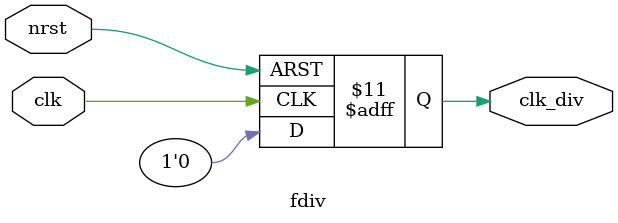
<source format=v>
`timescale 1ns / 1ps


module fdiv(
    input clk, nrst,
    output reg clk_div
    );
    reg ctr;
    localparam [31:0] delay = 32'd100000000;
    always @(posedge clk or negedge nrst) begin
        if (!nrst) begin
            ctr <= 32'd0;
            clk_div <= 1'b0;
        end else begin
            if (ctr == delay-1) begin
                ctr <= 32'd0;
                clk_div <= 1'b1;
            end else begin
                ctr <= ctr + 32'd1;
                clk_div <= 1'b0;
            end
        end
    end
endmodule

</source>
